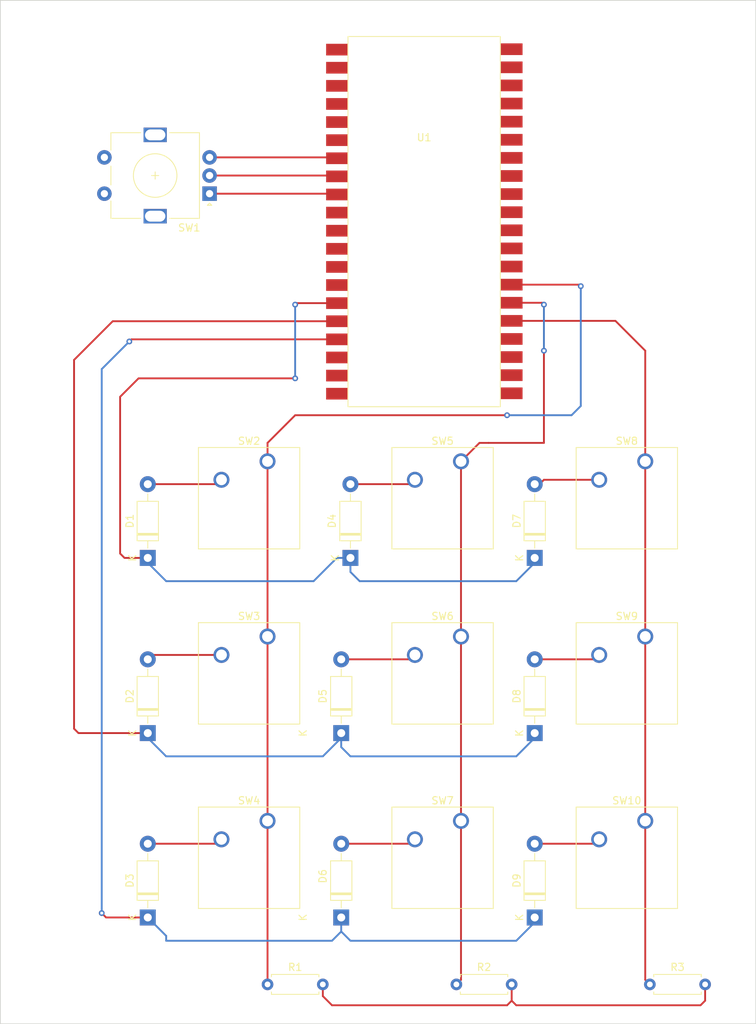
<source format=kicad_pcb>
(kicad_pcb (version 20211014) (generator pcbnew)
  (title_block (title "Shay Macro Pad") (rev "v0"))
  (layers (0 "F.Cu" signal) (31 "B.Cu" signal) (34 "B.Paste" user) (35 "F.Paste" user) (36 "B.SilkS" user "B.Silkscreen") (37 "F.SilkS" user "F.Silkscreen") (38 "B.Mask" user) (39 "F.Mask" user) (44 "Edge.Cuts" user))
  (net 0 "")
  (net 3 "Net-(R3-Pad1)")
  (net 4 "GND")
  (net 5 "Net-(R2-Pad1)")
  (net 6 "Net-(R1-Pad1)")
  (net 18 "/Pin 15")
  (net 19 "/Pin 16")
  (net 20 "/Pin 17")
  (net 31 "Net-(SW1-PadC)")
  (net 32 "Net-(SW1-PadB)")
  (net 39 "Net-(D7-Pad2)")
  (net 40 "Net-(D1-Pad2)")
  (net 41 "Net-(D2-Pad2)")
  (net 42 "Net-(D3-Pad2)")
  (net 43 "Net-(D4-Pad2)")
  (net 44 "Net-(D5-Pad2)")
  (net 45 "Net-(D9-Pad2)")
  (net 46 "Net-(D8-Pad2)")
  (net 47 "Net-(D6-Pad2)")
  (net 48 "Net-(SW1-PadA)")
  (footprint "Diode_THT:D_DO-41_SOD81_P10.16mm_Horizontal" (layer "F.Cu") (at 86.36 147.925 90)
    (fp_text reference "D6" (at 5.685 -2.54 90) (layer "F.SilkS"))
    (fp_text value "1N4007")
    (fp_text user "K" (at 0 -5.275 90) (layer "F.SilkS"))
    (fp_line (start 3.26 -1.47) (end 3.26 1.47) (layer "F.SilkS") (width 0.12))
    (fp_line (start 2.36 1.47) (end 7.8 1.47) (layer "F.SilkS") (width 0.12))
    (fp_line (start 7.8 1.47) (end 7.8 -1.47) (layer "F.SilkS") (width 0.12))
    (fp_line (start 7.8 -1.47) (end 2.36 -1.47) (layer "F.SilkS") (width 0.12))
    (fp_line (start 2.36 -1.47) (end 2.36 1.47) (layer "F.SilkS") (width 0.12))
    (fp_line (start 3.14 -1.47) (end 3.14 1.47) (layer "F.SilkS") (width 0.12))
    (fp_line (start 3.38 -1.47) (end 3.38 1.47) (layer "F.SilkS") (width 0.12))
    (fp_line (start 8.82 0) (end 7.8 0) (layer "F.SilkS") (width 0.12))
    (fp_line (start 1.34 0) (end 2.36 0) (layer "F.SilkS") (width 0.12))
    (pad "1" thru_hole rect (at 0 0 90) (size 2.2 2.2) (drill 1.1) (layers *.Cu *.Mask) (net 20 "/Pin 17"))
    (pad "2" thru_hole oval (at 10.16 0 90) (size 2.2 2.2) (drill 1.1) (layers *.Cu *.Mask) (net 47 "Net-(D6-Pad2)"))
  )
  (footprint "Button_Switch_Keyboard:SW_Cherry_MX_1.00u_PCB" (layer "F.Cu") (at 76.2 134.62)
    (fp_text reference "SW4" (at -2.54 -2.794) (layer "F.SilkS"))
    (fp_text value "SW_Push")
    (fp_line (start -9.525 -1.905) (end 4.445 -1.905) (layer "F.SilkS") (width 0.12))
    (fp_line (start 4.445 12.065) (end -9.525 12.065) (layer "F.SilkS") (width 0.12))
    (fp_line (start 4.445 -1.905) (end 4.445 12.065) (layer "F.SilkS") (width 0.12))
    (fp_line (start -9.525 12.065) (end -9.525 -1.905) (layer "F.SilkS") (width 0.12))
    (pad "" np_thru_hole circle (at -7.62 5.08) (size 1.7 1.7) (drill 1.7) (layers *.Cu *.Mask))
    (pad "" np_thru_hole circle (at -2.54 5.08) (size 4 4) (drill 4) (layers *.Cu *.Mask))
    (pad "" np_thru_hole circle (at 2.54 5.08) (size 1.7 1.7) (drill 1.7) (layers *.Cu *.Mask))
    (pad "1" thru_hole circle (at 0 0) (size 2.2 2.2) (drill 1.5) (layers *.Cu *.Mask) (net 6 "Net-(R1-Pad1)"))
    (pad "2" thru_hole circle (at -6.35 2.54) (size 2.2 2.2) (drill 1.5) (layers *.Cu *.Mask) (net 42 "Net-(D3-Pad2)"))
  )
  (footprint "Button_Switch_Keyboard:SW_Cherry_MX_1.00u_PCB" (layer "F.Cu") (at 102.87 134.62)
    (fp_text reference "SW7" (at -2.54 -2.794) (layer "F.SilkS"))
    (fp_text value "SW_Push")
    (fp_line (start -9.525 -1.905) (end 4.445 -1.905) (layer "F.SilkS") (width 0.12))
    (fp_line (start 4.445 12.065) (end -9.525 12.065) (layer "F.SilkS") (width 0.12))
    (fp_line (start 4.445 -1.905) (end 4.445 12.065) (layer "F.SilkS") (width 0.12))
    (fp_line (start -9.525 12.065) (end -9.525 -1.905) (layer "F.SilkS") (width 0.12))
    (pad "" np_thru_hole circle (at -7.62 5.08) (size 1.7 1.7) (drill 1.7) (layers *.Cu *.Mask))
    (pad "" np_thru_hole circle (at 2.54 5.08) (size 1.7 1.7) (drill 1.7) (layers *.Cu *.Mask))
    (pad "" np_thru_hole circle (at -2.54 5.08) (size 4 4) (drill 4) (layers *.Cu *.Mask))
    (pad "1" thru_hole circle (at 0 0) (size 2.2 2.2) (drill 1.5) (layers *.Cu *.Mask) (net 5 "Net-(R2-Pad1)"))
    (pad "2" thru_hole circle (at -6.35 2.54) (size 2.2 2.2) (drill 1.5) (layers *.Cu *.Mask) (net 47 "Net-(D6-Pad2)"))
  )
  (footprint "Diode_THT:D_DO-41_SOD81_P10.16mm_Horizontal" (layer "F.Cu") (at 113.03 122.525 90)
    (fp_text reference "D8" (at 5.08 -2.47 90) (layer "F.SilkS"))
    (fp_text value "1N4007")
    (fp_text user "K" (at 0 -2.1 90) (layer "F.SilkS"))
    (fp_line (start 1.34 0) (end 2.36 0) (layer "F.SilkS") (width 0.12))
    (fp_line (start 3.38 -1.47) (end 3.38 1.47) (layer "F.SilkS") (width 0.12))
    (fp_line (start 2.36 1.47) (end 7.8 1.47) (layer "F.SilkS") (width 0.12))
    (fp_line (start 3.14 -1.47) (end 3.14 1.47) (layer "F.SilkS") (width 0.12))
    (fp_line (start 7.8 -1.47) (end 2.36 -1.47) (layer "F.SilkS") (width 0.12))
    (fp_line (start 2.36 -1.47) (end 2.36 1.47) (layer "F.SilkS") (width 0.12))
    (fp_line (start 8.82 0) (end 7.8 0) (layer "F.SilkS") (width 0.12))
    (fp_line (start 7.8 1.47) (end 7.8 -1.47) (layer "F.SilkS") (width 0.12))
    (fp_line (start 3.26 -1.47) (end 3.26 1.47) (layer "F.SilkS") (width 0.12))
    (pad "1" thru_hole rect (at 0 0 90) (size 2.2 2.2) (drill 1.1) (layers *.Cu *.Mask) (net 19 "/Pin 16"))
    (pad "2" thru_hole oval (at 10.16 0 90) (size 2.2 2.2) (drill 1.1) (layers *.Cu *.Mask) (net 46 "Net-(D8-Pad2)"))
  )
  (footprint "Resistor_THT:R_Axial_DIN0207_L6.3mm_D2.5mm_P7.62mm_Horizontal" (layer "F.Cu") (at 76.2 157.144453)
    (fp_text reference "R1" (at 3.81 -2.37) (layer "F.SilkS"))
    (fp_text value "R")
    (fp_line (start 0.54 -1.04) (end 0.54 -1.37) (layer "F.SilkS") (width 0.12))
    (fp_line (start 0.54 1.37) (end 7.08 1.37) (layer "F.SilkS") (width 0.12))
    (fp_line (start 7.08 -1.37) (end 7.08 -1.04) (layer "F.SilkS") (width 0.12))
    (fp_line (start 0.54 1.04) (end 0.54 1.37) (layer "F.SilkS") (width 0.12))
    (fp_line (start 7.08 1.37) (end 7.08 1.04) (layer "F.SilkS") (width 0.12))
    (fp_line (start 0.54 -1.37) (end 7.08 -1.37) (layer "F.SilkS") (width 0.12))
    (pad "1" thru_hole circle (at 0 0) (size 1.6 1.6) (drill 0.8) (layers *.Cu *.Mask) (net 6 "Net-(R1-Pad1)"))
    (pad "2" thru_hole oval (at 7.62 0) (size 1.6 1.6) (drill 0.8) (layers *.Cu *.Mask) (net 4 "GND"))
  )
  (footprint "Diode_THT:D_DO-41_SOD81_P10.16mm_Horizontal" (layer "F.Cu") (at 59.69 98.395 90)
    (fp_text reference "D1" (at 5.08 -2.47 90) (layer "F.SilkS"))
    (fp_text value "1N4007")
    (fp_text user "K" (at 0 -2.1 90) (layer "F.SilkS"))
    (fp_line (start 1.34 0) (end 2.36 0) (layer "F.SilkS") (width 0.12))
    (fp_line (start 3.26 -1.47) (end 3.26 1.47) (layer "F.SilkS") (width 0.12))
    (fp_line (start 3.38 -1.47) (end 3.38 1.47) (layer "F.SilkS") (width 0.12))
    (fp_line (start 2.36 1.47) (end 7.8 1.47) (layer "F.SilkS") (width 0.12))
    (fp_line (start 3.14 -1.47) (end 3.14 1.47) (layer "F.SilkS") (width 0.12))
    (fp_line (start 7.8 -1.47) (end 2.36 -1.47) (layer "F.SilkS") (width 0.12))
    (fp_line (start 7.8 1.47) (end 7.8 -1.47) (layer "F.SilkS") (width 0.12))
    (fp_line (start 8.82 0) (end 7.8 0) (layer "F.SilkS") (width 0.12))
    (fp_line (start 2.36 -1.47) (end 2.36 1.47) (layer "F.SilkS") (width 0.12))
    (pad "1" thru_hole rect (at 0 0 90) (size 2.2 2.2) (drill 1.1) (layers *.Cu *.Mask) (net 18 "/Pin 15"))
    (pad "2" thru_hole oval (at 10.16 0 90) (size 2.2 2.2) (drill 1.1) (layers *.Cu *.Mask) (net 40 "Net-(D1-Pad2)"))
  )
  (footprint "Button_Switch_Keyboard:SW_Cherry_MX_1.00u_PCB" (layer "F.Cu") (at 128.27 85.09)
    (fp_text reference "SW8" (at -2.54 -2.794) (layer "F.SilkS"))
    (fp_text value "SW_Push")
    (fp_line (start 4.445 -1.905) (end 4.445 12.065) (layer "F.SilkS") (width 0.12))
    (fp_line (start 4.445 12.065) (end -9.525 12.065) (layer "F.SilkS") (width 0.12))
    (fp_line (start -9.525 12.065) (end -9.525 -1.905) (layer "F.SilkS") (width 0.12))
    (fp_line (start -9.525 -1.905) (end 4.445 -1.905) (layer "F.SilkS") (width 0.12))
    (pad "" np_thru_hole circle (at 2.54 5.08) (size 1.7 1.7) (drill 1.7) (layers *.Cu *.Mask))
    (pad "" np_thru_hole circle (at -2.54 5.08) (size 4 4) (drill 4) (layers *.Cu *.Mask))
    (pad "" np_thru_hole circle (at -7.62 5.08) (size 1.7 1.7) (drill 1.7) (layers *.Cu *.Mask))
    (pad "1" thru_hole circle (at 0 0) (size 2.2 2.2) (drill 1.5) (layers *.Cu *.Mask) (net 3 "Net-(R3-Pad1)"))
    (pad "2" thru_hole circle (at -6.35 2.54) (size 2.2 2.2) (drill 1.5) (layers *.Cu *.Mask) (net 39 "Net-(D7-Pad2)"))
  )
  (footprint "Diode_THT:D_DO-41_SOD81_P10.16mm_Horizontal" (layer "F.Cu") (at 87.63 98.395 90)
    (fp_text reference "D4" (at 5.08 -2.54 90) (layer "F.SilkS"))
    (fp_text value "1N4007")
    (fp_text user "K" (at 0 -2.1 90) (layer "F.SilkS"))
    (fp_line (start 2.36 1.47) (end 7.8 1.47) (layer "F.SilkS") (width 0.12))
    (fp_line (start 1.34 0) (end 2.36 0) (layer "F.SilkS") (width 0.12))
    (fp_line (start 3.38 -1.47) (end 3.38 1.47) (layer "F.SilkS") (width 0.12))
    (fp_line (start 2.36 -1.47) (end 2.36 1.47) (layer "F.SilkS") (width 0.12))
    (fp_line (start 8.82 0) (end 7.8 0) (layer "F.SilkS") (width 0.12))
    (fp_line (start 3.14 -1.47) (end 3.14 1.47) (layer "F.SilkS") (width 0.12))
    (fp_line (start 7.8 1.47) (end 7.8 -1.47) (layer "F.SilkS") (width 0.12))
    (fp_line (start 3.26 -1.47) (end 3.26 1.47) (layer "F.SilkS") (width 0.12))
    (fp_line (start 7.8 -1.47) (end 2.36 -1.47) (layer "F.SilkS") (width 0.12))
    (pad "1" thru_hole rect (at 0 0 90) (size 2.2 2.2) (drill 1.1) (layers *.Cu *.Mask) (net 18 "/Pin 15"))
    (pad "2" thru_hole oval (at 10.16 0 90) (size 2.2 2.2) (drill 1.1) (layers *.Cu *.Mask) (net 43 "Net-(D4-Pad2)"))
  )
  (footprint "Rotary_Encoder:RotaryEncoder_Alps_EC11E-Switch_Vertical_H20mm" (layer "F.Cu") (at 68.21 48.22 180)
    (fp_text reference "SW1" (at 2.8 -4.7) (layer "F.SilkS"))
    (fp_text value "RotaryEncoder_Switch")
    (fp_line (start 13.6 1.2) (end 13.6 3.8) (layer "F.SilkS") (width 0.12))
    (fp_line (start 13.6 -3.4) (end 13.6 -1) (layer "F.SilkS") (width 0.12))
    (fp_line (start 13.6 6) (end 13.6 8.4) (layer "F.SilkS") (width 0.12))
    (fp_line (start 0.3 -1.6) (end 0 -1.3) (layer "F.SilkS") (width 0.12))
    (fp_line (start 5.5 -3.4) (end 1.4 -3.4) (layer "F.SilkS") (width 0.12))
    (fp_line (start 7 2.5) (end 8 2.5) (layer "F.SilkS") (width 0.12))
    (fp_line (start 5.5 8.4) (end 1.4 8.4) (layer "F.SilkS") (width 0.12))
    (fp_line (start 13.6 8.4) (end 9.5 8.4) (layer "F.SilkS") (width 0.12))
    (fp_line (start 1.4 -3.4) (end 1.4 8.4) (layer "F.SilkS") (width 0.12))
    (fp_line (start 9.5 -3.4) (end 13.6 -3.4) (layer "F.SilkS") (width 0.12))
    (fp_line (start -0.3 -1.6) (end 0.3 -1.6) (layer "F.SilkS") (width 0.12))
    (fp_line (start 7.5 2) (end 7.5 3) (layer "F.SilkS") (width 0.12))
    (fp_line (start 0 -1.3) (end -0.3 -1.6) (layer "F.SilkS") (width 0.12))
    (fp_circle (center 7.5 2.5) (end 10.5 2.5) (layer "F.SilkS") (width 0.12) (fill none))
    (pad "A" thru_hole rect (at 0 0 180) (size 2 2) (drill 1) (layers *.Cu *.Mask) (net 48 "Net-(SW1-PadA)"))
    (pad "B" thru_hole circle (at 0 5 180) (size 2 2) (drill 1) (layers *.Cu *.Mask) (net 32 "Net-(SW1-PadB)"))
    (pad "C" thru_hole circle (at 0 2.5 180) (size 2 2) (drill 1) (layers *.Cu *.Mask) (net 31 "Net-(SW1-PadC)"))
    (pad "MP" thru_hole rect (at 7.5 8.1 180) (size 3.2 2) (drill oval 2.8 1.5) (layers *.Cu *.Mask))
    (pad "MP" thru_hole rect (at 7.5 -3.1 180) (size 3.2 2) (drill oval 2.8 1.5) (layers *.Cu *.Mask))
    (pad "S1" thru_hole circle (at 14.5 5 180) (size 2 2) (drill 1) (layers *.Cu *.Mask))
    (pad "S2" thru_hole circle (at 14.5 0 180) (size 2 2) (drill 1) (layers *.Cu *.Mask))
  )
  (footprint "Diode_THT:D_DO-41_SOD81_P10.16mm_Horizontal" (layer "F.Cu") (at 86.36 122.525 90)
    (fp_text reference "D5" (at 5.08 -2.54 90) (layer "F.SilkS"))
    (fp_text value "1N4007")
    (fp_text user "K" (at 0 -5.275 90) (layer "F.SilkS"))
    (fp_line (start 2.36 1.47) (end 7.8 1.47) (layer "F.SilkS") (width 0.12))
    (fp_line (start 1.34 0) (end 2.36 0) (layer "F.SilkS") (width 0.12))
    (fp_line (start 3.38 -1.47) (end 3.38 1.47) (layer "F.SilkS") (width 0.12))
    (fp_line (start 7.8 -1.47) (end 2.36 -1.47) (layer "F.SilkS") (width 0.12))
    (fp_line (start 7.8 1.47) (end 7.8 -1.47) (layer "F.SilkS") (width 0.12))
    (fp_line (start 3.26 -1.47) (end 3.26 1.47) (layer "F.SilkS") (width 0.12))
    (fp_line (start 3.14 -1.47) (end 3.14 1.47) (layer "F.SilkS") (width 0.12))
    (fp_line (start 8.82 0) (end 7.8 0) (layer "F.SilkS") (width 0.12))
    (fp_line (start 2.36 -1.47) (end 2.36 1.47) (layer "F.SilkS") (width 0.12))
    (pad "1" thru_hole rect (at 0 0 90) (size 2.2 2.2) (drill 1.1) (layers *.Cu *.Mask) (net 19 "/Pin 16"))
    (pad "2" thru_hole oval (at 10.16 0 90) (size 2.2 2.2) (drill 1.1) (layers *.Cu *.Mask) (net 44 "Net-(D5-Pad2)"))
  )
  (footprint "Diode_THT:D_DO-41_SOD81_P10.16mm_Horizontal" (layer "F.Cu") (at 113.03 98.395 90)
    (fp_text reference "D7" (at 5.08 -2.47 90) (layer "F.SilkS"))
    (fp_text value "1N4007")
    (fp_text user "K" (at 0 -2.1 90) (layer "F.SilkS"))
    (fp_line (start 3.14 -1.47) (end 3.14 1.47) (layer "F.SilkS") (width 0.12))
    (fp_line (start 3.38 -1.47) (end 3.38 1.47) (layer "F.SilkS") (width 0.12))
    (fp_line (start 2.36 -1.47) (end 2.36 1.47) (layer "F.SilkS") (width 0.12))
    (fp_line (start 7.8 1.47) (end 7.8 -1.47) (layer "F.SilkS") (width 0.12))
    (fp_line (start 7.8 -1.47) (end 2.36 -1.47) (layer "F.SilkS") (width 0.12))
    (fp_line (start 2.36 1.47) (end 7.8 1.47) (layer "F.SilkS") (width 0.12))
    (fp_line (start 1.34 0) (end 2.36 0) (layer "F.SilkS") (width 0.12))
    (fp_line (start 3.26 -1.47) (end 3.26 1.47) (layer "F.SilkS") (width 0.12))
    (fp_line (start 8.82 0) (end 7.8 0) (layer "F.SilkS") (width 0.12))
    (pad "1" thru_hole rect (at 0 0 90) (size 2.2 2.2) (drill 1.1) (layers *.Cu *.Mask) (net 18 "/Pin 15"))
    (pad "2" thru_hole oval (at 10.16 0 90) (size 2.2 2.2) (drill 1.1) (layers *.Cu *.Mask) (net 39 "Net-(D7-Pad2)"))
  )
  (footprint "Resistor_THT:R_Axial_DIN0207_L6.3mm_D2.5mm_P7.62mm_Horizontal" (layer "F.Cu") (at 102.235 157.144453)
    (fp_text reference "R2" (at 3.81 -2.37) (layer "F.SilkS"))
    (fp_text value "R")
    (fp_line (start 0.54 -1.04) (end 0.54 -1.37) (layer "F.SilkS") (width 0.12))
    (fp_line (start 0.54 1.37) (end 7.08 1.37) (layer "F.SilkS") (width 0.12))
    (fp_line (start 7.08 1.37) (end 7.08 1.04) (layer "F.SilkS") (width 0.12))
    (fp_line (start 7.08 -1.37) (end 7.08 -1.04) (layer "F.SilkS") (width 0.12))
    (fp_line (start 0.54 1.04) (end 0.54 1.37) (layer "F.SilkS") (width 0.12))
    (fp_line (start 0.54 -1.37) (end 7.08 -1.37) (layer "F.SilkS") (width 0.12))
    (pad "1" thru_hole circle (at 0 0) (size 1.6 1.6) (drill 0.8) (layers *.Cu *.Mask) (net 5 "Net-(R2-Pad1)"))
    (pad "2" thru_hole oval (at 7.62 0) (size 1.6 1.6) (drill 0.8) (layers *.Cu *.Mask) (net 4 "GND"))
  )
  (footprint "Diode_THT:D_DO-41_SOD81_P10.16mm_Horizontal" (layer "F.Cu") (at 113.03 147.925 90)
    (fp_text reference "D9" (at 5.08 -2.47 90) (layer "F.SilkS"))
    (fp_text value "1N4007")
    (fp_text user "K" (at 0 -2.1 90) (layer "F.SilkS"))
    (fp_line (start 3.26 -1.47) (end 3.26 1.47) (layer "F.SilkS") (width 0.12))
    (fp_line (start 3.38 -1.47) (end 3.38 1.47) (layer "F.SilkS") (width 0.12))
    (fp_line (start 2.36 1.47) (end 7.8 1.47) (layer "F.SilkS") (width 0.12))
    (fp_line (start 3.14 -1.47) (end 3.14 1.47) (layer "F.SilkS") (width 0.12))
    (fp_line (start 7.8 1.47) (end 7.8 -1.47) (layer "F.SilkS") (width 0.12))
    (fp_line (start 2.36 -1.47) (end 2.36 1.47) (layer "F.SilkS") (width 0.12))
    (fp_line (start 1.34 0) (end 2.36 0) (layer "F.SilkS") (width 0.12))
    (fp_line (start 7.8 -1.47) (end 2.36 -1.47) (layer "F.SilkS") (width 0.12))
    (fp_line (start 8.82 0) (end 7.8 0) (layer "F.SilkS") (width 0.12))
    (pad "1" thru_hole rect (at 0 0 90) (size 2.2 2.2) (drill 1.1) (layers *.Cu *.Mask) (net 20 "/Pin 17"))
    (pad "2" thru_hole oval (at 10.16 0 90) (size 2.2 2.2) (drill 1.1) (layers *.Cu *.Mask) (net 45 "Net-(D9-Pad2)"))
  )
  (footprint "MacropadFootprints:RPiPico" (layer "F.Cu") (at 97.79 52.07)
    (fp_text reference "U1" (at 0 -11.584 unlocked) (layer "F.SilkS"))
    (fp_text value "PICO_RP2040")
    (fp_rect (start -10.5 -25.5) (end 10.5 25.5) (layer "F.SilkS") (width 0.12) (fill none))
    (pad "1" smd rect (at -12.0142 -23.695) (size 3 1.61) (layers "F.Cu" "F.Paste" "F.Mask"))
    (pad "2" smd rect (at -12.0142 -21.200453) (size 3 1.61) (layers "F.Cu" "F.Paste" "F.Mask"))
    (pad "3" smd rect (at -12.0142 -18.705906) (size 3 1.61) (layers "F.Cu" "F.Paste" "F.Mask"))
    (pad "4" smd rect (at -12.0142 -16.211359) (size 3 1.61) (layers "F.Cu" "F.Paste" "F.Mask"))
    (pad "5" smd rect (at -12.0142 -13.716812) (size 3 1.61) (layers "F.Cu" "F.Paste" "F.Mask"))
    (pad "6" smd rect (at -12.0142 -11.222265) (size 3 1.61) (layers "F.Cu" "F.Paste" "F.Mask"))
    (pad "7" smd rect (at -12.0142 -8.727718) (size 3 1.61) (layers "F.Cu" "F.Paste" "F.Mask") (net 32 "Net-(SW1-PadB)"))
    (pad "8" smd rect (at -12.0142 -6.233171) (size 3 1.61) (layers "F.Cu" "F.Paste" "F.Mask") (net 31 "Net-(SW1-PadC)"))
    (pad "9" smd rect (at -12.0142 -3.738624) (size 3 1.61) (layers "F.Cu" "F.Paste" "F.Mask") (net 48 "Net-(SW1-PadA)"))
    (pad "10" smd rect (at -12.0142 -1.244077) (size 3 1.61) (layers "F.Cu" "F.Paste" "F.Mask"))
    (pad "11" smd rect (at -12.0142 1.25047) (size 3 1.61) (layers "F.Cu" "F.Paste" "F.Mask"))
    (pad "12" smd rect (at -12.0142 3.745017) (size 3 1.61) (layers "F.Cu" "F.Paste" "F.Mask"))
    (pad "13" smd rect (at -12.0142 6.239564) (size 3 1.61) (layers "F.Cu" "F.Paste" "F.Mask"))
    (pad "14" smd rect (at -12.0142 8.734111) (size 3 1.61) (layers "F.Cu" "F.Paste" "F.Mask"))
    (pad "15" smd rect (at -12.0142 11.228658) (size 3 1.61) (layers "F.Cu" "F.Paste" "F.Mask") (net 18 "/Pin 15"))
    (pad "16" smd rect (at -12.0142 13.723205) (size 3 1.61) (layers "F.Cu" "F.Paste" "F.Mask") (net 19 "/Pin 16"))
    (pad "17" smd rect (at -12.0142 16.217752) (size 3 1.61) (layers "F.Cu" "F.Paste" "F.Mask") (net 20 "/Pin 17"))
    (pad "18" smd rect (at -12.0142 18.712299) (size 3 1.61) (layers "F.Cu" "F.Paste" "F.Mask"))
    (pad "19" smd rect (at -12.0142 21.206846) (size 3 1.61) (layers "F.Cu" "F.Paste" "F.Mask"))
    (pad "20" smd rect (at -12.0142 23.7014) (size 3 1.61) (layers "F.Cu" "F.Paste" "F.Mask"))
    (pad "21" smd rect (at 12.065 23.6474) (size 3 1.61) (layers "F.Cu" "F.Paste" "F.Mask"))
    (pad "22" smd rect (at 12.065 21.152846) (size 3 1.61) (layers "F.Cu" "F.Paste" "F.Mask"))
    (pad "23" smd rect (at 12.065 18.658299) (size 3 1.61) (layers "F.Cu" "F.Paste" "F.Mask"))
    (pad "24" smd rect (at 12.065 16.163752) (size 3 1.61) (layers "F.Cu" "F.Paste" "F.Mask"))
    (pad "25" smd rect (at 12.065 13.669205) (size 3 1.61) (layers "F.Cu" "F.Paste" "F.Mask") (net 3 "Net-(R3-Pad1)"))
    (pad "26" smd rect (at 12.065 11.174658) (size 3 1.61) (layers "F.Cu" "F.Paste" "F.Mask") (net 5 "Net-(R2-Pad1)"))
    (pad "27" smd rect (at 12.065 8.680111) (size 3 1.61) (layers "F.Cu" "F.Paste" "F.Mask") (net 6 "Net-(R1-Pad1)"))
    (pad "28" smd rect (at 12.065 6.185564) (size 3 1.61) (layers "F.Cu" "F.Paste" "F.Mask"))
    (pad "29" smd rect (at 12.065 3.691017) (size 3 1.61) (layers "F.Cu" "F.Paste" "F.Mask"))
    (pad "30" smd rect (at 12.065 1.19647) (size 3 1.61) (layers "F.Cu" "F.Paste" "F.Mask"))
    (pad "31" smd rect (at 12.065 -1.298077) (size 3 1.61) (layers "F.Cu" "F.Paste" "F.Mask"))
    (pad "32" smd rect (at 12.065 -3.792624) (size 3 1.61) (layers "F.Cu" "F.Paste" "F.Mask"))
    (pad "33" smd rect (at 12.065 -6.287171) (size 3 1.61) (layers "F.Cu" "F.Paste" "F.Mask"))
    (pad "34" smd rect (at 12.065 -8.781718) (size 3 1.61) (layers "F.Cu" "F.Paste" "F.Mask"))
    (pad "35" smd rect (at 12.065 -11.276265) (size 3 1.61) (layers "F.Cu" "F.Paste" "F.Mask"))
    (pad "36" smd rect (at 12.065 -13.770812) (size 3 1.61) (layers "F.Cu" "F.Paste" "F.Mask"))
    (pad "37" smd rect (at 12.065 -16.265359) (size 3 1.61) (layers "F.Cu" "F.Paste" "F.Mask"))
    (pad "38" smd rect (at 12.065 -18.759906) (size 3 1.61) (layers "F.Cu" "F.Paste" "F.Mask"))
    (pad "39" smd rect (at 12.065 -21.254453) (size 3 1.61) (layers "F.Cu" "F.Paste" "F.Mask"))
    (pad "40" smd rect (at 12.065 -23.749) (size 3 1.61) (layers "F.Cu" "F.Paste" "F.Mask"))
  )
  (footprint "Diode_THT:D_DO-41_SOD81_P10.16mm_Horizontal" (layer "F.Cu") (at 59.69 122.525 90)
    (fp_text reference "D2" (at 5.08 -2.47 90) (layer "F.SilkS"))
    (fp_text value "1N4007")
    (fp_text user "K" (at 0 -2.1 90) (layer "F.SilkS"))
    (fp_line (start 2.36 -1.47) (end 2.36 1.47) (layer "F.SilkS") (width 0.12))
    (fp_line (start 1.34 0) (end 2.36 0) (layer "F.SilkS") (width 0.12))
    (fp_line (start 3.38 -1.47) (end 3.38 1.47) (layer "F.SilkS") (width 0.12))
    (fp_line (start 7.8 1.47) (end 7.8 -1.47) (layer "F.SilkS") (width 0.12))
    (fp_line (start 7.8 -1.47) (end 2.36 -1.47) (layer "F.SilkS") (width 0.12))
    (fp_line (start 8.82 0) (end 7.8 0) (layer "F.SilkS") (width 0.12))
    (fp_line (start 3.26 -1.47) (end 3.26 1.47) (layer "F.SilkS") (width 0.12))
    (fp_line (start 3.14 -1.47) (end 3.14 1.47) (layer "F.SilkS") (width 0.12))
    (fp_line (start 2.36 1.47) (end 7.8 1.47) (layer "F.SilkS") (width 0.12))
    (pad "1" thru_hole rect (at 0 0 90) (size 2.2 2.2) (drill 1.1) (layers *.Cu *.Mask) (net 19 "/Pin 16"))
    (pad "2" thru_hole oval (at 10.16 0 90) (size 2.2 2.2) (drill 1.1) (layers *.Cu *.Mask) (net 41 "Net-(D2-Pad2)"))
  )
  (footprint "Button_Switch_Keyboard:SW_Cherry_MX_1.00u_PCB" (layer "F.Cu") (at 76.2 85.09)
    (fp_text reference "SW2" (at -2.54 -2.794) (layer "F.SilkS"))
    (fp_text value "SW_Push")
    (fp_line (start -9.525 -1.905) (end 4.445 -1.905) (layer "F.SilkS") (width 0.12))
    (fp_line (start 4.445 12.065) (end -9.525 12.065) (layer "F.SilkS") (width 0.12))
    (fp_line (start -9.525 12.065) (end -9.525 -1.905) (layer "F.SilkS") (width 0.12))
    (fp_line (start 4.445 -1.905) (end 4.445 12.065) (layer "F.SilkS") (width 0.12))
    (pad "" np_thru_hole circle (at -7.62 5.08) (size 1.7 1.7) (drill 1.7) (layers *.Cu *.Mask))
    (pad "" np_thru_hole circle (at -2.54 5.08) (size 4 4) (drill 4) (layers *.Cu *.Mask))
    (pad "" np_thru_hole circle (at 2.54 5.08) (size 1.7 1.7) (drill 1.7) (layers *.Cu *.Mask))
    (pad "1" thru_hole circle (at 0 0) (size 2.2 2.2) (drill 1.5) (layers *.Cu *.Mask) (net 6 "Net-(R1-Pad1)"))
    (pad "2" thru_hole circle (at -6.35 2.54) (size 2.2 2.2) (drill 1.5) (layers *.Cu *.Mask) (net 40 "Net-(D1-Pad2)"))
  )
  (footprint "Button_Switch_Keyboard:SW_Cherry_MX_1.00u_PCB" (layer "F.Cu") (at 128.27 109.22)
    (fp_text reference "SW9" (at -2.54 -2.794) (layer "F.SilkS"))
    (fp_text value "SW_Push")
    (fp_line (start -9.525 12.065) (end -9.525 -1.905) (layer "F.SilkS") (width 0.12))
    (fp_line (start -9.525 -1.905) (end 4.445 -1.905) (layer "F.SilkS") (width 0.12))
    (fp_line (start 4.445 -1.905) (end 4.445 12.065) (layer "F.SilkS") (width 0.12))
    (fp_line (start 4.445 12.065) (end -9.525 12.065) (layer "F.SilkS") (width 0.12))
    (pad "" np_thru_hole circle (at 2.54 5.08) (size 1.7 1.7) (drill 1.7) (layers *.Cu *.Mask))
    (pad "" np_thru_hole circle (at -7.62 5.08) (size 1.7 1.7) (drill 1.7) (layers *.Cu *.Mask))
    (pad "" np_thru_hole circle (at -2.54 5.08) (size 4 4) (drill 4) (layers *.Cu *.Mask))
    (pad "1" thru_hole circle (at 0 0) (size 2.2 2.2) (drill 1.5) (layers *.Cu *.Mask) (net 3 "Net-(R3-Pad1)"))
    (pad "2" thru_hole circle (at -6.35 2.54) (size 2.2 2.2) (drill 1.5) (layers *.Cu *.Mask) (net 46 "Net-(D8-Pad2)"))
  )
  (footprint "Button_Switch_Keyboard:SW_Cherry_MX_1.00u_PCB" (layer "F.Cu") (at 76.2 109.22)
    (fp_text reference "SW3" (at -2.54 -2.794) (layer "F.SilkS"))
    (fp_text value "SW_Push")
    (fp_line (start 4.445 12.065) (end -9.525 12.065) (layer "F.SilkS") (width 0.12))
    (fp_line (start -9.525 12.065) (end -9.525 -1.905) (layer "F.SilkS") (width 0.12))
    (fp_line (start -9.525 -1.905) (end 4.445 -1.905) (layer "F.SilkS") (width 0.12))
    (fp_line (start 4.445 -1.905) (end 4.445 12.065) (layer "F.SilkS") (width 0.12))
    (pad "" np_thru_hole circle (at 2.54 5.08) (size 1.7 1.7) (drill 1.7) (layers *.Cu *.Mask))
    (pad "" np_thru_hole circle (at -7.62 5.08) (size 1.7 1.7) (drill 1.7) (layers *.Cu *.Mask))
    (pad "" np_thru_hole circle (at -2.54 5.08) (size 4 4) (drill 4) (layers *.Cu *.Mask))
    (pad "1" thru_hole circle (at 0 0) (size 2.2 2.2) (drill 1.5) (layers *.Cu *.Mask) (net 6 "Net-(R1-Pad1)"))
    (pad "2" thru_hole circle (at -6.35 2.54) (size 2.2 2.2) (drill 1.5) (layers *.Cu *.Mask) (net 41 "Net-(D2-Pad2)"))
  )
  (footprint "Button_Switch_Keyboard:SW_Cherry_MX_1.00u_PCB" (layer "F.Cu") (at 128.27 134.62)
    (fp_text reference "SW10" (at -2.54 -2.794) (layer "F.SilkS"))
    (fp_text value "SW_Push")
    (fp_line (start -9.525 12.065) (end -9.525 -1.905) (layer "F.SilkS") (width 0.12))
    (fp_line (start -9.525 -1.905) (end 4.445 -1.905) (layer "F.SilkS") (width 0.12))
    (fp_line (start 4.445 12.065) (end -9.525 12.065) (layer "F.SilkS") (width 0.12))
    (fp_line (start 4.445 -1.905) (end 4.445 12.065) (layer "F.SilkS") (width 0.12))
    (pad "" np_thru_hole circle (at -2.54 5.08) (size 4 4) (drill 4) (layers *.Cu *.Mask))
    (pad "" np_thru_hole circle (at 2.54 5.08) (size 1.7 1.7) (drill 1.7) (layers *.Cu *.Mask))
    (pad "" np_thru_hole circle (at -7.62 5.08) (size 1.7 1.7) (drill 1.7) (layers *.Cu *.Mask))
    (pad "1" thru_hole circle (at 0 0) (size 2.2 2.2) (drill 1.5) (layers *.Cu *.Mask) (net 3 "Net-(R3-Pad1)"))
    (pad "2" thru_hole circle (at -6.35 2.54) (size 2.2 2.2) (drill 1.5) (layers *.Cu *.Mask) (net 45 "Net-(D9-Pad2)"))
  )
  (footprint "Button_Switch_Keyboard:SW_Cherry_MX_1.00u_PCB" (layer "F.Cu") (at 102.87 109.22)
    (fp_text reference "SW6" (at -2.54 -2.794) (layer "F.SilkS"))
    (fp_text value "SW_Push")
    (fp_line (start 4.445 -1.905) (end 4.445 12.065) (layer "F.SilkS") (width 0.12))
    (fp_line (start 4.445 12.065) (end -9.525 12.065) (layer "F.SilkS") (width 0.12))
    (fp_line (start -9.525 12.065) (end -9.525 -1.905) (layer "F.SilkS") (width 0.12))
    (fp_line (start -9.525 -1.905) (end 4.445 -1.905) (layer "F.SilkS") (width 0.12))
    (pad "" np_thru_hole circle (at -7.62 5.08) (size 1.7 1.7) (drill 1.7) (layers *.Cu *.Mask))
    (pad "" np_thru_hole circle (at 2.54 5.08) (size 1.7 1.7) (drill 1.7) (layers *.Cu *.Mask))
    (pad "" np_thru_hole circle (at -2.54 5.08) (size 4 4) (drill 4) (layers *.Cu *.Mask))
    (pad "1" thru_hole circle (at 0 0) (size 2.2 2.2) (drill 1.5) (layers *.Cu *.Mask) (net 5 "Net-(R2-Pad1)"))
    (pad "2" thru_hole circle (at -6.35 2.54) (size 2.2 2.2) (drill 1.5) (layers *.Cu *.Mask) (net 44 "Net-(D5-Pad2)"))
  )
  (footprint "Resistor_THT:R_Axial_DIN0207_L6.3mm_D2.5mm_P7.62mm_Horizontal" (layer "F.Cu") (at 128.905 157.144453)
    (fp_text reference "R3" (at 3.81 -2.37) (layer "F.SilkS"))
    (fp_text value "R")
    (fp_line (start 0.54 -1.37) (end 7.08 -1.37) (layer "F.SilkS") (width 0.12))
    (fp_line (start 0.54 1.04) (end 0.54 1.37) (layer "F.SilkS") (width 0.12))
    (fp_line (start 0.54 1.37) (end 7.08 1.37) (layer "F.SilkS") (width 0.12))
    (fp_line (start 7.08 -1.37) (end 7.08 -1.04) (layer "F.SilkS") (width 0.12))
    (fp_line (start 7.08 1.37) (end 7.08 1.04) (layer "F.SilkS") (width 0.12))
    (fp_line (start 0.54 -1.04) (end 0.54 -1.37) (layer "F.SilkS") (width 0.12))
    (pad "1" thru_hole circle (at 0 0) (size 1.6 1.6) (drill 0.8) (layers *.Cu *.Mask) (net 3 "Net-(R3-Pad1)"))
    (pad "2" thru_hole oval (at 7.62 0) (size 1.6 1.6) (drill 0.8) (layers *.Cu *.Mask) (net 4 "GND"))
  )
  (footprint "Button_Switch_Keyboard:SW_Cherry_MX_1.00u_PCB" (layer "F.Cu") (at 102.87 85.09)
    (fp_text reference "SW5" (at -2.54 -2.794) (layer "F.SilkS"))
    (fp_text value "SW_Push")
    (fp_line (start -9.525 -1.905) (end 4.445 -1.905) (layer "F.SilkS") (width 0.12))
    (fp_line (start -9.525 12.065) (end -9.525 -1.905) (layer "F.SilkS") (width 0.12))
    (fp_line (start 4.445 -1.905) (end 4.445 12.065) (layer "F.SilkS") (width 0.12))
    (fp_line (start 4.445 12.065) (end -9.525 12.065) (layer "F.SilkS") (width 0.12))
    (pad "" np_thru_hole circle (at -2.54 5.08) (size 4 4) (drill 4) (layers *.Cu *.Mask))
    (pad "" np_thru_hole circle (at -7.62 5.08) (size 1.7 1.7) (drill 1.7) (layers *.Cu *.Mask))
    (pad "" np_thru_hole circle (at 2.54 5.08) (size 1.7 1.7) (drill 1.7) (layers *.Cu *.Mask))
    (pad "1" thru_hole circle (at 0 0) (size 2.2 2.2) (drill 1.5) (layers *.Cu *.Mask) (net 5 "Net-(R2-Pad1)"))
    (pad "2" thru_hole circle (at -6.35 2.54) (size 2.2 2.2) (drill 1.5) (layers *.Cu *.Mask) (net 43 "Net-(D4-Pad2)"))
  )
  (footprint "Diode_THT:D_DO-41_SOD81_P10.16mm_Horizontal" (layer "F.Cu") (at 59.69 147.925 90)
    (fp_text reference "D3" (at 5.08 -2.47 90) (layer "F.SilkS"))
    (fp_text value "1N4007")
    (fp_text user "K" (at 0 -2.1 90) (layer "F.SilkS"))
    (fp_line (start 7.8 1.47) (end 7.8 -1.47) (layer "F.SilkS") (width 0.12))
    (fp_line (start 3.14 -1.47) (end 3.14 1.47) (layer "F.SilkS") (width 0.12))
    (fp_line (start 2.36 1.47) (end 7.8 1.47) (layer "F.SilkS") (width 0.12))
    (fp_line (start 2.36 -1.47) (end 2.36 1.47) (layer "F.SilkS") (width 0.12))
    (fp_line (start 7.8 -1.47) (end 2.36 -1.47) (layer "F.SilkS") (width 0.12))
    (fp_line (start 1.34 0) (end 2.36 0) (layer "F.SilkS") (width 0.12))
    (fp_line (start 3.38 -1.47) (end 3.38 1.47) (layer "F.SilkS") (width 0.12))
    (fp_line (start 8.82 0) (end 7.8 0) (layer "F.SilkS") (width 0.12))
    (fp_line (start 3.26 -1.47) (end 3.26 1.47) (layer "F.SilkS") (width 0.12))
    (pad "1" thru_hole rect (at 0 0 90) (size 2.2 2.2) (drill 1.1) (layers *.Cu *.Mask) (net 20 "/Pin 17"))
    (pad "2" thru_hole oval (at 10.16 0 90) (size 2.2 2.2) (drill 1.1) (layers *.Cu *.Mask) (net 42 "Net-(D3-Pad2)"))
  )
  (gr_rect (start 143.51 162.56) (end 39.37 21.59) (layer "Edge.Cuts") (width 0.1) (fill none))
  (segment (start 124.159205 65.739205) (end 109.855 65.739205) (width 0.254) (layer "F.Cu") (net 3))
  (segment (start 128.27 156.509453) (end 128.905 157.144453) (width 0.254) (layer "F.Cu") (net 3))
  (segment (start 128.27 85.09) (end 128.27 69.85) (width 0.254) (layer "F.Cu") (net 3))
  (segment (start 128.27 134.62) (end 128.27 156.509453) (width 0.254) (layer "F.Cu") (net 3))
  (segment (start 128.27 109.22) (end 128.27 134.62) (width 0.254) (layer "F.Cu") (net 3))
  (segment (start 128.27 69.85) (end 124.159205 65.739205) (width 0.254) (layer "F.Cu") (net 3))
  (segment (start 128.27 85.09) (end 128.27 109.22) (width 0.254) (layer "F.Cu") (net 3))
  (segment (start 85.09 160.02) (end 109.22 160.02) (width 0.254) (layer "F.Cu") (net 4))
  (segment (start 109.855 159.385) (end 110.49 160.02) (width 0.254) (layer "F.Cu") (net 4))
  (segment (start 83.82 158.75) (end 85.09 160.02) (width 0.254) (layer "F.Cu") (net 4))
  (segment (start 83.82 157.144453) (end 83.82 158.75) (width 0.254) (layer "F.Cu") (net 4))
  (segment (start 109.22 160.02) (end 109.855 159.385) (width 0.254) (layer "F.Cu") (net 4))
  (segment (start 135.89 160.02) (end 136.525 159.385) (width 0.254) (layer "F.Cu") (net 4))
  (segment (start 109.855 159.385) (end 109.855 157.144453) (width 0.254) (layer "F.Cu") (net 4))
  (segment (start 110.49 160.02) (end 135.89 160.02) (width 0.254) (layer "F.Cu") (net 4))
  (segment (start 136.525 159.385) (end 136.525 157.144453) (width 0.254) (layer "F.Cu") (net 4))
  (segment (start 102.87 109.22) (end 102.87 134.62) (width 0.254) (layer "F.Cu") (net 5))
  (segment (start 102.87 85.09) (end 102.87 109.22) (width 0.254) (layer "F.Cu") (net 5))
  (segment (start 102.87 156.509453) (end 102.235 157.144453) (width 0.254) (layer "F.Cu") (net 5))
  (segment (start 114.3 82.55) (end 114.3 69.85) (width 0.254) (layer "F.Cu") (net 5))
  (segment (start 106.68 82.55) (end 114.3 82.55) (width 0.254) (layer "F.Cu") (net 5))
  (segment (start 102.87 85.09) (end 105.41 82.55) (width 0.254) (layer "F.Cu") (net 5))
  (segment (start 114.3 63.5) (end 114.044658 63.244658) (width 0.254) (layer "F.Cu") (net 5))
  (segment (start 105.41 82.55) (end 106.68 82.55) (width 0.254) (layer "F.Cu") (net 5))
  (segment (start 102.87 134.62) (end 102.87 156.509453) (width 0.254) (layer "F.Cu") (net 5))
  (segment (start 114.044658 63.244658) (end 109.855 63.244658) (width 0.254) (layer "F.Cu") (net 5))
  (via (at 114.3 69.85) (size 0.8) (drill 0.4) (layers "F.Cu" "B.Cu") (net 5))
  (via (at 114.3 63.5) (size 0.8) (drill 0.4) (layers "F.Cu" "B.Cu") (net 5))
  (segment (start 114.3 69.85) (end 114.3 63.5) (width 0.254) (layer "B.Cu") (net 5))
  (segment (start 119.38 60.96) (end 119.170111 60.750111) (width 0.254) (layer "F.Cu") (net 6))
  (segment (start 78.74 80.01) (end 80.01 78.74) (width 0.254) (layer "F.Cu") (net 6))
  (segment (start 76.2 157.144453) (end 76.2 134.62) (width 0.254) (layer "F.Cu") (net 6))
  (segment (start 119.170111 60.750111) (end 109.855 60.750111) (width 0.254) (layer "F.Cu") (net 6))
  (segment (start 76.2 85.09) (end 76.2 82.55) (width 0.254) (layer "F.Cu") (net 6))
  (segment (start 80.01 78.74) (end 109.22 78.74) (width 0.254) (layer "F.Cu") (net 6))
  (segment (start 76.2 134.62) (end 76.2 109.22) (width 0.254) (layer "F.Cu") (net 6))
  (segment (start 76.2 82.55) (end 78.74 80.01) (width 0.254) (layer "F.Cu") (net 6))
  (segment (start 76.2 109.22) (end 76.2 85.09) (width 0.254) (layer "F.Cu") (net 6))
  (via (at 109.22 78.74) (size 0.8) (drill 0.4) (layers "F.Cu" "B.Cu") (net 6))
  (via (at 119.38 60.96) (size 0.8) (drill 0.4) (layers "F.Cu" "B.Cu") (net 6))
  (segment (start 118.11 78.74) (end 119.38 77.47) (width 0.254) (layer "B.Cu") (net 6))
  (segment (start 109.22 78.74) (end 118.11 78.74) (width 0.254) (layer "B.Cu") (net 6))
  (segment (start 119.38 77.47) (end 119.38 60.96) (width 0.254) (layer "B.Cu") (net 6))
  (segment (start 58.42 73.66) (end 80.01 73.66) (width 0.254) (layer "F.Cu") (net 18))
  (segment (start 55.88 76.2) (end 58.42 73.66) (width 0.254) (layer "F.Cu") (net 18))
  (segment (start 56.485 98.395) (end 55.88 97.79) (width 0.254) (layer "F.Cu") (net 18))
  (segment (start 59.69 98.395) (end 56.485 98.395) (width 0.254) (layer "F.Cu") (net 18))
  (segment (start 80.211342 63.298658) (end 85.7758 63.298658) (width 0.254) (layer "F.Cu") (net 18))
  (segment (start 55.88 97.79) (end 55.88 76.2) (width 0.254) (layer "F.Cu") (net 18))
  (segment (start 80.01 63.5) (end 80.211342 63.298658) (width 0.254) (layer "F.Cu") (net 18))
  (via (at 80.01 73.66) (size 0.8) (drill 0.4) (layers "F.Cu" "B.Cu") (net 18))
  (via (at 80.01 63.5) (size 0.8) (drill 0.4) (layers "F.Cu" "B.Cu") (net 18))
  (segment (start 85.755 98.395) (end 87.63 98.395) (width 0.254) (layer "B.Cu") (net 18))
  (segment (start 62.23 101.6) (end 82.55 101.6) (width 0.254) (layer "B.Cu") (net 18))
  (segment (start 59.69 99.06) (end 62.23 101.6) (width 0.254) (layer "B.Cu") (net 18))
  (segment (start 110.49 101.6) (end 113.03 99.06) (width 0.254) (layer "B.Cu") (net 18))
  (segment (start 59.69 98.395) (end 59.69 99.06) (width 0.254) (layer "B.Cu") (net 18))
  (segment (start 82.55 101.6) (end 85.755 98.395) (width 0.254) (layer "B.Cu") (net 18))
  (segment (start 87.63 100.33) (end 88.9 101.6) (width 0.254) (layer "B.Cu") (net 18))
  (segment (start 113.03 99.06) (end 113.03 98.395) (width 0.254) (layer "B.Cu") (net 18))
  (segment (start 80.01 73.66) (end 80.01 63.5) (width 0.254) (layer "B.Cu") (net 18))
  (segment (start 87.63 98.395) (end 87.63 100.33) (width 0.254) (layer "B.Cu") (net 18))
  (segment (start 88.9 101.6) (end 110.49 101.6) (width 0.254) (layer "B.Cu") (net 18))
  (segment (start 59.69 122.525) (end 50.135 122.525) (width 0.254) (layer "F.Cu") (net 19))
  (segment (start 49.53 71.12) (end 54.856795 65.793205) (width 0.254) (layer "F.Cu") (net 19))
  (segment (start 54.856795 65.793205) (end 85.7758 65.793205) (width 0.254) (layer "F.Cu") (net 19))
  (segment (start 50.135 122.525) (end 49.53 121.92) (width 0.254) (layer "F.Cu") (net 19))
  (segment (start 49.53 121.92) (end 49.53 71.12) (width 0.254) (layer "F.Cu") (net 19))
  (segment (start 83.82 125.73) (end 86.36 123.19) (width 0.254) (layer "B.Cu") (net 19))
  (segment (start 62.23 125.73) (end 83.82 125.73) (width 0.254) (layer "B.Cu") (net 19))
  (segment (start 86.36 124.46) (end 87.63 125.73) (width 0.254) (layer "B.Cu") (net 19))
  (segment (start 113.03 123.19) (end 113.03 122.525) (width 0.254) (layer "B.Cu") (net 19))
  (segment (start 86.36 122.525) (end 86.36 124.46) (width 0.254) (layer "B.Cu") (net 19))
  (segment (start 59.69 122.525) (end 59.69 123.19) (width 0.254) (layer "B.Cu") (net 19))
  (segment (start 86.36 123.19) (end 86.36 122.525) (width 0.254) (layer "B.Cu") (net 19))
  (segment (start 110.49 125.73) (end 113.03 123.19) (width 0.254) (layer "B.Cu") (net 19))
  (segment (start 87.63 125.73) (end 110.49 125.73) (width 0.254) (layer "B.Cu") (net 19))
  (segment (start 59.69 123.19) (end 62.23 125.73) (width 0.254) (layer "B.Cu") (net 19))
  (segment (start 57.442248 68.287752) (end 85.7758 68.287752) (width 0.254) (layer "F.Cu") (net 20))
  (segment (start 53.945 147.925) (end 53.34 147.32) (width 0.254) (layer "F.Cu") (net 20))
  (segment (start 59.69 147.925) (end 53.945 147.925) (width 0.254) (layer "F.Cu") (net 20))
  (segment (start 57.15 68.58) (end 57.442248 68.287752) (width 0.254) (layer "F.Cu") (net 20))
  (via (at 53.34 147.32) (size 0.8) (drill 0.4) (layers "F.Cu" "B.Cu") (net 20))
  (via (at 57.15 68.58) (size 0.8) (drill 0.4) (layers "F.Cu" "B.Cu") (net 20))
  (segment (start 53.34 147.32) (end 53.34 72.39) (width 0.254) (layer "B.Cu") (net 20))
  (segment (start 59.69 147.925) (end 62.23 150.465) (width 0.254) (layer "B.Cu") (net 20))
  (segment (start 85.09 151.13) (end 86.36 149.86) (width 0.254) (layer "B.Cu") (net 20))
  (segment (start 87.63 151.13) (end 110.49 151.13) (width 0.254) (layer "B.Cu") (net 20))
  (segment (start 53.34 72.39) (end 57.15 68.58) (width 0.254) (layer "B.Cu") (net 20))
  (segment (start 86.36 149.86) (end 86.36 147.925) (width 0.254) (layer "B.Cu") (net 20))
  (segment (start 62.23 151.13) (end 85.09 151.13) (width 0.254) (layer "B.Cu") (net 20))
  (segment (start 62.23 150.465) (end 62.23 151.13) (width 0.254) (layer "B.Cu") (net 20))
  (segment (start 113.03 148.59) (end 113.03 147.925) (width 0.254) (layer "B.Cu") (net 20))
  (segment (start 86.36 149.86) (end 87.63 151.13) (width 0.254) (layer "B.Cu") (net 20))
  (segment (start 110.49 151.13) (end 113.03 148.59) (width 0.254) (layer "B.Cu") (net 20))
  (segment (start 85.658971 45.72) (end 85.7758 45.836829) (width 0.254) (layer "F.Cu") (net 31))
  (segment (start 68.21 45.72) (end 85.658971 45.72) (width 0.254) (layer "F.Cu") (net 31))
  (segment (start 85.653518 43.22) (end 85.7758 43.342282) (width 0.254) (layer "F.Cu") (net 32))
  (segment (start 68.58 43.18) (end 68.742282 43.342282) (width 0.254) (layer "F.Cu") (net 32))
  (segment (start 68.21 43.22) (end 85.653518 43.22) (width 0.254) (layer "F.Cu") (net 32))
  (segment (start 68.21 43.22) (end 68.54 43.22) (width 0.254) (layer "F.Cu") (net 32))
  (segment (start 68.54 43.22) (end 68.58 43.18) (width 0.254) (layer "F.Cu") (net 32))
  (segment (start 68.54 43.22) (end 68.58 43.18) (width 0.254) (layer "B.Cu") (net 32))
  (segment (start 68.21 43.22) (end 68.54 43.22) (width 0.254) (layer "B.Cu") (net 32))
  (segment (start 113.03 88.9) (end 114.3 87.63) (width 0.254) (layer "F.Cu") (net 39))
  (segment (start 114.3 87.63) (end 121.92 87.63) (width 0.254) (layer "F.Cu") (net 39))
  (segment (start 113.03 88.235) (end 113.03 88.9) (width 0.254) (layer "F.Cu") (net 39))
  (segment (start 59.69 88.235) (end 69.245 88.235) (width 0.254) (layer "F.Cu") (net 40))
  (segment (start 69.245 88.235) (end 69.85 87.63) (width 0.254) (layer "F.Cu") (net 40))
  (segment (start 59.69 111.76) (end 69.85 111.76) (width 0.254) (layer "F.Cu") (net 41))
  (segment (start 59.69 112.365) (end 59.69 111.76) (width 0.254) (layer "F.Cu") (net 41))
  (segment (start 59.69 137.765) (end 69.245 137.765) (width 0.254) (layer "F.Cu") (net 42))
  (segment (start 69.245 137.765) (end 69.85 137.16) (width 0.254) (layer "F.Cu") (net 42))
  (segment (start 95.915 88.235) (end 96.52 87.63) (width 0.254) (layer "F.Cu") (net 43))
  (segment (start 87.63 88.235) (end 95.915 88.235) (width 0.254) (layer "F.Cu") (net 43))
  (segment (start 86.36 112.365) (end 95.915 112.365) (width 0.254) (layer "F.Cu") (net 44))
  (segment (start 95.915 112.365) (end 96.52 111.76) (width 0.254) (layer "F.Cu") (net 44))
  (segment (start 121.315 137.765) (end 121.92 137.16) (width 0.254) (layer "F.Cu") (net 45))
  (segment (start 113.03 137.765) (end 121.315 137.765) (width 0.254) (layer "F.Cu") (net 45))
  (segment (start 121.315 112.365) (end 121.92 111.76) (width 0.254) (layer "F.Cu") (net 46))
  (segment (start 113.03 112.365) (end 121.315 112.365) (width 0.254) (layer "F.Cu") (net 46))
  (segment (start 86.36 137.765) (end 95.915 137.765) (width 0.254) (layer "F.Cu") (net 47))
  (segment (start 95.915 137.765) (end 96.52 137.16) (width 0.254) (layer "F.Cu") (net 47))
  (segment (start 85.664424 48.22) (end 85.7758 48.331376) (width 0.254) (layer "F.Cu") (net 48))
  (segment (start 68.21 48.22) (end 85.664424 48.22) (width 0.254) (layer "F.Cu") (net 48))
)
</source>
